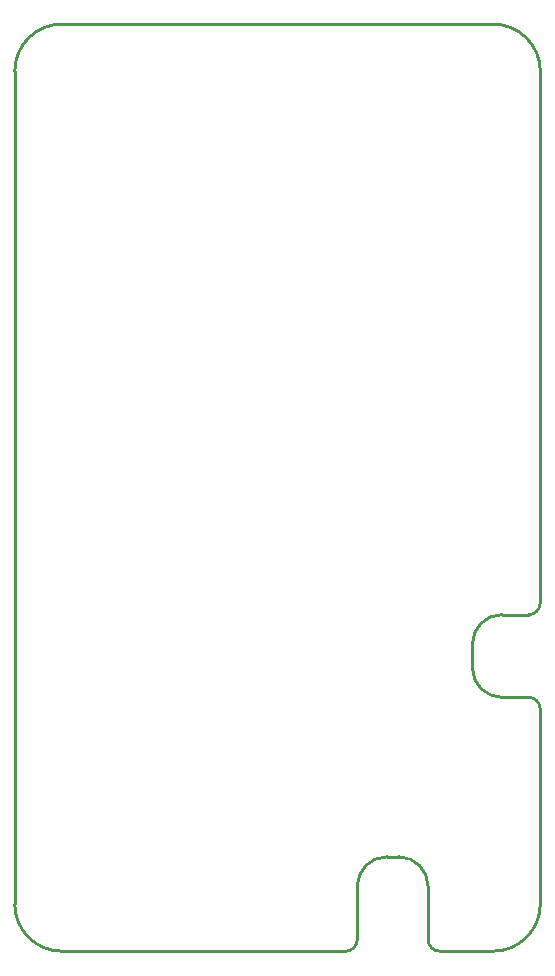
<source format=gbp>
G04 #@! TF.GenerationSoftware,KiCad,Pcbnew,7.0.1*
G04 #@! TF.CreationDate,2023-09-19T14:51:07+09:00*
G04 #@! TF.ProjectId,ESP32-DevKit-Lipo_Rev_C,45535033-322d-4446-9576-4b69742d4c69,C*
G04 #@! TF.SameCoordinates,Original*
G04 #@! TF.FileFunction,Paste,Bot*
G04 #@! TF.FilePolarity,Positive*
%FSLAX46Y46*%
G04 Gerber Fmt 4.6, Leading zero omitted, Abs format (unit mm)*
G04 Created by KiCad (PCBNEW 7.0.1) date 2023-09-19 14:51:07*
%MOMM*%
%LPD*%
G01*
G04 APERTURE LIST*
G04 #@! TA.AperFunction,Profile*
%ADD10C,0.254000*%
G04 #@! TD*
G04 APERTURE END LIST*
D10*
X163900000Y-121500000D02*
X161650000Y-121500000D01*
X159150000Y-117000000D02*
X159150000Y-119000000D01*
X161650000Y-114500000D02*
G75*
G03*
X159150000Y-117000000I0J-2500000D01*
G01*
X151900000Y-135000000D02*
G75*
G03*
X149400000Y-137500000I0J-2500000D01*
G01*
X155400000Y-137500000D02*
G75*
G03*
X152900000Y-135000000I-2500000J0D01*
G01*
X159150000Y-119000000D02*
G75*
G03*
X161650000Y-121500000I2500000J0D01*
G01*
X164900000Y-122500000D02*
G75*
G03*
X163900000Y-121500000I-1000000J0D01*
G01*
X148400000Y-143000000D02*
G75*
G03*
X149400000Y-142000000I0J1000000D01*
G01*
X155400000Y-142000000D02*
X155400000Y-137500000D01*
X120400000Y-68500000D02*
X120400000Y-139000000D01*
X163900000Y-114500000D02*
X161650000Y-114500000D01*
X124400000Y-64500000D02*
G75*
G03*
X120400000Y-68500000I0J-4000000D01*
G01*
X160900000Y-64500000D02*
X124400000Y-64500000D01*
X152900000Y-135000000D02*
X151900000Y-135000000D01*
X164900000Y-68500000D02*
X164900000Y-113500000D01*
X164900000Y-68500000D02*
G75*
G03*
X160900000Y-64500000I-4000000J0D01*
G01*
X120400000Y-139000000D02*
G75*
G03*
X124400000Y-143000000I4000000J0D01*
G01*
X149400000Y-137500000D02*
X149400000Y-142000000D01*
X155400000Y-142000000D02*
G75*
G03*
X156400000Y-143000000I1000000J0D01*
G01*
X163900000Y-114500000D02*
G75*
G03*
X164900000Y-113500000I0J1000000D01*
G01*
X160900000Y-143000000D02*
X156400000Y-143000000D01*
X164900000Y-139000000D02*
X164900000Y-122500000D01*
X148400000Y-143000000D02*
X124400000Y-143000000D01*
X160900000Y-143000000D02*
G75*
G03*
X164900000Y-139000000I0J4000000D01*
G01*
M02*

</source>
